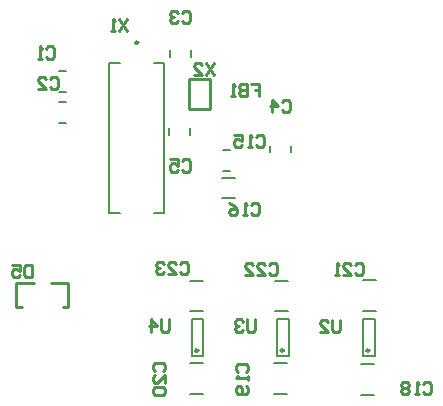
<source format=gbo>
G04*
G04 #@! TF.GenerationSoftware,Altium Limited,Altium Designer,22.5.1 (42)*
G04*
G04 Layer_Color=32896*
%FSLAX44Y44*%
%MOMM*%
G71*
G04*
G04 #@! TF.SameCoordinates,B7139921-243E-46E6-831D-1EB255EF57CC*
G04*
G04*
G04 #@! TF.FilePolarity,Positive*
G04*
G01*
G75*
%ADD10C,0.2500*%
%ADD11C,0.2000*%
%ADD13C,0.1270*%
%ADD14C,0.2540*%
D10*
X122250Y316000D02*
G03*
X122250Y316000I-1250J0D01*
G01*
X317988Y55324D02*
G03*
X317988Y55324I-1250J0D01*
G01*
X172988D02*
G03*
X172988Y55324I-1250J0D01*
G01*
X245488D02*
G03*
X245488Y55324I-1250J0D01*
G01*
D11*
X97500Y298500D02*
X106500D01*
X135500D02*
X144500D01*
X135500Y171500D02*
X144500D01*
X97500D02*
X106500D01*
X144500D02*
Y298500D01*
X97500Y171500D02*
Y298500D01*
X193500Y184500D02*
X204500D01*
X193500Y201500D02*
X204500D01*
X166000Y88500D02*
X177000D01*
X166000Y114500D02*
X177000D01*
X238500Y88500D02*
X249500D01*
X238500Y114500D02*
X249500D01*
X237000Y44500D02*
X248000D01*
X237000Y18500D02*
X248000D01*
X312500Y89000D02*
X323500D01*
X312500Y115000D02*
X323500D01*
X312500Y51000D02*
X322500D01*
X312500Y82000D02*
X322500D01*
X312500Y51000D02*
Y82000D01*
X322500Y51000D02*
Y82000D01*
X310500Y44000D02*
X321500D01*
X310500Y18000D02*
X321500D01*
X167500Y51000D02*
X177500D01*
X167500Y82000D02*
X177500D01*
X167500Y51000D02*
Y82000D01*
X177500Y51000D02*
Y82000D01*
X166000Y44500D02*
X177000D01*
X166000Y18500D02*
X177000D01*
X240000Y51000D02*
X250000D01*
X240000Y82000D02*
X250000D01*
X240000Y51000D02*
Y82000D01*
X250000Y51000D02*
Y82000D01*
D13*
X149000Y304100D02*
Y309900D01*
X167000Y304100D02*
Y309900D01*
X166000Y238100D02*
Y243900D01*
X148000Y238100D02*
Y243900D01*
X55100Y292000D02*
X60900D01*
X55100Y274000D02*
X60900D01*
X55100Y248000D02*
X60900D01*
X55100Y266000D02*
X60900D01*
X252000Y223100D02*
Y228900D01*
X234000Y223100D02*
Y228900D01*
X194100Y207000D02*
X199900D01*
X194100Y225000D02*
X199900D01*
D14*
X174000Y260070D02*
X182890D01*
Y260046D02*
Y284938D01*
X165110Y260070D02*
X174000D01*
X165110Y260300D02*
Y284938D01*
X182890D01*
X18750Y92350D02*
X23830D01*
X18750D02*
Y112416D01*
X33990D01*
X58501Y92604D02*
X63200D01*
Y112416D01*
X48341D02*
X63200D01*
X186531Y299118D02*
X179706Y288882D01*
Y299118D02*
X186531Y288882D01*
X169469D02*
X176294D01*
X169469Y295706D01*
Y297412D01*
X171175Y299118D01*
X174588D01*
X176294Y297412D01*
X159706Y341412D02*
X161412Y343118D01*
X164825D01*
X166531Y341412D01*
Y334588D01*
X164825Y332882D01*
X161412D01*
X159706Y334588D01*
X156294Y341412D02*
X154588Y343118D01*
X151175D01*
X149469Y341412D01*
Y339706D01*
X151175Y338000D01*
X152882D01*
X151175D01*
X149469Y336294D01*
Y334588D01*
X151175Y332882D01*
X154588D01*
X156294Y334588D01*
X159706Y215412D02*
X161412Y217118D01*
X164825D01*
X166531Y215412D01*
Y208588D01*
X164825Y206882D01*
X161412D01*
X159706Y208588D01*
X149469Y217118D02*
X156294D01*
Y212000D01*
X152882Y213706D01*
X151175D01*
X149469Y212000D01*
Y208588D01*
X151175Y206882D01*
X154588D01*
X156294Y208588D01*
X218118Y281118D02*
X224943D01*
Y276000D01*
X221531D01*
X224943D01*
Y270882D01*
X214706Y281118D02*
Y270882D01*
X209588D01*
X207882Y272588D01*
Y274294D01*
X209588Y276000D01*
X214706D01*
X209588D01*
X207882Y277706D01*
Y279412D01*
X209588Y281118D01*
X214706D01*
X204469Y270882D02*
X201057D01*
X202763D01*
Y281118D01*
X204469Y279412D01*
X32531Y128118D02*
Y117882D01*
X27412D01*
X25706Y119588D01*
Y126412D01*
X27412Y128118D01*
X32531D01*
X15469D02*
X22294D01*
Y123000D01*
X18882Y124706D01*
X17176D01*
X15469Y123000D01*
Y119588D01*
X17176Y117882D01*
X20588D01*
X22294Y119588D01*
X112538Y336389D02*
X105714Y326152D01*
Y336389D02*
X112538Y326152D01*
X102301D02*
X98889D01*
X100595D01*
Y336389D01*
X102301Y334683D01*
X148531Y81618D02*
Y73088D01*
X146825Y71382D01*
X143412D01*
X141706Y73088D01*
Y81618D01*
X133175Y71382D02*
Y81618D01*
X138294Y76500D01*
X131469D01*
X221031Y81618D02*
Y73088D01*
X219324Y71382D01*
X215912D01*
X214206Y73088D01*
Y81618D01*
X210794Y79912D02*
X209088Y81618D01*
X205676D01*
X203969Y79912D01*
Y78206D01*
X205676Y76500D01*
X207382D01*
X205676D01*
X203969Y74794D01*
Y73088D01*
X205676Y71382D01*
X209088D01*
X210794Y73088D01*
X293281Y81118D02*
Y72588D01*
X291574Y70882D01*
X288162D01*
X286456Y72588D01*
Y81118D01*
X276219Y70882D02*
X283044D01*
X276219Y77706D01*
Y79412D01*
X277926Y81118D01*
X281338D01*
X283044Y79412D01*
X157824Y128412D02*
X159531Y130118D01*
X162943D01*
X164649Y128412D01*
Y121588D01*
X162943Y119882D01*
X159531D01*
X157824Y121588D01*
X147588Y119882D02*
X154412D01*
X147588Y126706D01*
Y128412D01*
X149294Y130118D01*
X152706D01*
X154412Y128412D01*
X144176D02*
X142469Y130118D01*
X139057D01*
X137351Y128412D01*
Y126706D01*
X139057Y125000D01*
X140763D01*
X139057D01*
X137351Y123294D01*
Y121588D01*
X139057Y119882D01*
X142469D01*
X144176Y121588D01*
X232824Y127412D02*
X234531Y129118D01*
X237943D01*
X239649Y127412D01*
Y120588D01*
X237943Y118882D01*
X234531D01*
X232824Y120588D01*
X222588Y118882D02*
X229412D01*
X222588Y125706D01*
Y127412D01*
X224294Y129118D01*
X227706D01*
X229412Y127412D01*
X212351Y118882D02*
X219175D01*
X212351Y125706D01*
Y127412D01*
X214057Y129118D01*
X217469D01*
X219175Y127412D01*
X306118D02*
X307824Y129118D01*
X311237D01*
X312943Y127412D01*
Y120588D01*
X311237Y118882D01*
X307824D01*
X306118Y120588D01*
X295882Y118882D02*
X302706D01*
X295882Y125706D01*
Y127412D01*
X297588Y129118D01*
X301000D01*
X302706Y127412D01*
X292469Y118882D02*
X289057D01*
X290763D01*
Y129118D01*
X292469Y127412D01*
X136588Y38324D02*
X134882Y40031D01*
Y43443D01*
X136588Y45149D01*
X143412D01*
X145118Y43443D01*
Y40031D01*
X143412Y38324D01*
X145118Y28088D02*
Y34912D01*
X138294Y28088D01*
X136588D01*
X134882Y29794D01*
Y33206D01*
X136588Y34912D01*
Y24676D02*
X134882Y22969D01*
Y19557D01*
X136588Y17851D01*
X143412D01*
X145118Y19557D01*
Y22969D01*
X143412Y24676D01*
X136588D01*
X206588Y37471D02*
X204882Y39177D01*
Y42590D01*
X206588Y44296D01*
X213412D01*
X215118Y42590D01*
Y39177D01*
X213412Y37471D01*
X215118Y34059D02*
Y30647D01*
Y32353D01*
X204882D01*
X206588Y34059D01*
X213412Y25529D02*
X215118Y23823D01*
Y20410D01*
X213412Y18704D01*
X206588D01*
X204882Y20410D01*
Y23823D01*
X206588Y25529D01*
X208294D01*
X210000Y23823D01*
Y18704D01*
X363471Y26912D02*
X365177Y28618D01*
X368590D01*
X370296Y26912D01*
Y20088D01*
X368590Y18382D01*
X365177D01*
X363471Y20088D01*
X360059Y18382D02*
X356647D01*
X358353D01*
Y28618D01*
X360059Y26912D01*
X351529D02*
X349823Y28618D01*
X346410D01*
X344704Y26912D01*
Y25206D01*
X346410Y23500D01*
X344704Y21794D01*
Y20088D01*
X346410Y18382D01*
X349823D01*
X351529Y20088D01*
Y21794D01*
X349823Y23500D01*
X351529Y25206D01*
Y26912D01*
X349823Y23500D02*
X346410D01*
X217971Y178412D02*
X219678Y180118D01*
X223090D01*
X224796Y178412D01*
Y171588D01*
X223090Y169882D01*
X219678D01*
X217971Y171588D01*
X214559Y169882D02*
X211147D01*
X212853D01*
Y180118D01*
X214559Y178412D01*
X199204Y180118D02*
X202616Y178412D01*
X206029Y175000D01*
Y171588D01*
X204322Y169882D01*
X200910D01*
X199204Y171588D01*
Y173294D01*
X200910Y175000D01*
X206029D01*
X221971Y236412D02*
X223678Y238118D01*
X227090D01*
X228796Y236412D01*
Y229588D01*
X227090Y227882D01*
X223678D01*
X221971Y229588D01*
X218559Y227882D02*
X215147D01*
X216853D01*
Y238118D01*
X218559Y236412D01*
X203204Y238118D02*
X210029D01*
Y233000D01*
X206616Y234706D01*
X204910D01*
X203204Y233000D01*
Y229588D01*
X204910Y227882D01*
X208323D01*
X210029Y229588D01*
X243890Y265595D02*
X245596Y267301D01*
X249008D01*
X250714Y265595D01*
Y258770D01*
X249008Y257064D01*
X245596D01*
X243890Y258770D01*
X235359Y257064D02*
Y267301D01*
X240477Y262182D01*
X233653D01*
X47547Y284899D02*
X49254Y286605D01*
X52666D01*
X54372Y284899D01*
Y278074D01*
X52666Y276368D01*
X49254D01*
X47547Y278074D01*
X37311Y276368D02*
X44135D01*
X37311Y283193D01*
Y284899D01*
X39017Y286605D01*
X42429D01*
X44135Y284899D01*
X43991Y311061D02*
X45698Y312767D01*
X49110D01*
X50816Y311061D01*
Y304236D01*
X49110Y302530D01*
X45698D01*
X43991Y304236D01*
X40579Y302530D02*
X37167D01*
X38873D01*
Y312767D01*
X40579Y311061D01*
M02*

</source>
